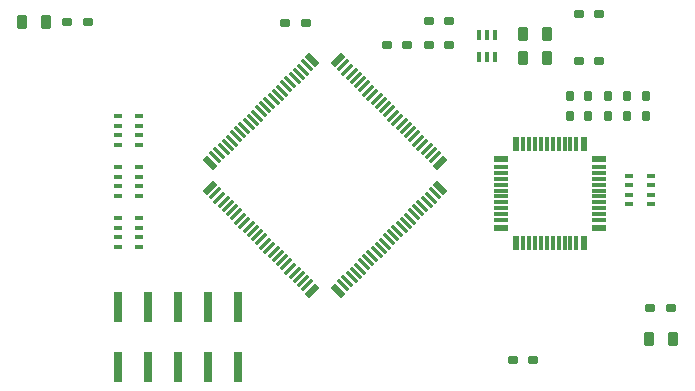
<source format=gbr>
G04 #@! TF.GenerationSoftware,KiCad,Pcbnew,(6.0.4)*
G04 #@! TF.CreationDate,2022-07-13T22:26:53+02:00*
G04 #@! TF.ProjectId,n64rgbv2.1,6e363472-6762-4763-922e-312e6b696361,rev?*
G04 #@! TF.SameCoordinates,Original*
G04 #@! TF.FileFunction,Paste,Top*
G04 #@! TF.FilePolarity,Positive*
%FSLAX46Y46*%
G04 Gerber Fmt 4.6, Leading zero omitted, Abs format (unit mm)*
G04 Created by KiCad (PCBNEW (6.0.4)) date 2022-07-13 22:26:53*
%MOMM*%
%LPD*%
G01*
G04 APERTURE LIST*
G04 Aperture macros list*
%AMRoundRect*
0 Rectangle with rounded corners*
0 $1 Rounding radius*
0 $2 $3 $4 $5 $6 $7 $8 $9 X,Y pos of 4 corners*
0 Add a 4 corners polygon primitive as box body*
4,1,4,$2,$3,$4,$5,$6,$7,$8,$9,$2,$3,0*
0 Add four circle primitives for the rounded corners*
1,1,$1+$1,$2,$3*
1,1,$1+$1,$4,$5*
1,1,$1+$1,$6,$7*
1,1,$1+$1,$8,$9*
0 Add four rect primitives between the rounded corners*
20,1,$1+$1,$2,$3,$4,$5,0*
20,1,$1+$1,$4,$5,$6,$7,0*
20,1,$1+$1,$6,$7,$8,$9,0*
20,1,$1+$1,$8,$9,$2,$3,0*%
G04 Aperture macros list end*
%ADD10RoundRect,0.135000X0.325000X0.425000X-0.325000X0.425000X-0.325000X-0.425000X0.325000X-0.425000X0*%
%ADD11RoundRect,0.132500X-0.247500X0.287500X-0.247500X-0.287500X0.247500X-0.287500X0.247500X0.287500X0*%
%ADD12RoundRect,0.132500X0.287500X0.247500X-0.287500X0.247500X-0.287500X-0.247500X0.287500X-0.247500X0*%
%ADD13RoundRect,0.132500X-0.287500X-0.247500X0.287500X-0.247500X0.287500X0.247500X-0.287500X0.247500X0*%
%ADD14R,0.640000X0.400000*%
%ADD15R,0.640000X0.320000*%
%ADD16RoundRect,0.132500X0.247500X-0.287500X0.247500X0.287500X-0.247500X0.287500X-0.247500X-0.287500X0*%
%ADD17RoundRect,0.000000X-0.586899X0.247487X0.247487X-0.586899X0.586899X-0.247487X-0.247487X0.586899X0*%
%ADD18RoundRect,0.000000X-0.502046X0.332340X0.332340X-0.502046X0.502046X-0.332340X-0.332340X0.502046X0*%
%ADD19RoundRect,0.000000X0.502046X-0.332340X-0.332340X0.502046X-0.502046X0.332340X0.332340X-0.502046X0*%
%ADD20RoundRect,0.000000X-0.247487X-0.586899X0.586899X0.247487X0.247487X0.586899X-0.586899X-0.247487X0*%
%ADD21RoundRect,0.000000X0.332340X0.502046X-0.502046X-0.332340X-0.332340X-0.502046X0.502046X0.332340X0*%
%ADD22RoundRect,0.000000X-0.332340X-0.502046X0.502046X0.332340X0.332340X0.502046X-0.502046X-0.332340X0*%
%ADD23RoundRect,0.000000X0.247487X0.586899X-0.586899X-0.247487X-0.247487X-0.586899X0.586899X0.247487X0*%
%ADD24RoundRect,0.135000X-0.325000X-0.425000X0.325000X-0.425000X0.325000X0.425000X-0.325000X0.425000X0*%
%ADD25R,0.320000X0.840000*%
%ADD26RoundRect,0.000000X-0.590000X-0.240000X0.590000X-0.240000X0.590000X0.240000X-0.590000X0.240000X0*%
%ADD27RoundRect,0.000000X-0.590000X-0.120000X0.590000X-0.120000X0.590000X0.120000X-0.590000X0.120000X0*%
%ADD28RoundRect,0.000000X0.240000X-0.590000X0.240000X0.590000X-0.240000X0.590000X-0.240000X-0.590000X0*%
%ADD29RoundRect,0.000000X0.120000X-0.590000X0.120000X0.590000X-0.120000X0.590000X-0.120000X-0.590000X0*%
%ADD30RoundRect,0.000000X-0.240000X0.590000X-0.240000X-0.590000X0.240000X-0.590000X0.240000X0.590000X0*%
%ADD31R,0.800000X2.520000*%
G04 APERTURE END LIST*
D10*
X170176060Y-116733320D03*
X168126060Y-116733320D03*
D11*
X164655500Y-96153000D03*
X164655500Y-97903000D03*
X166243000Y-96153000D03*
X166243000Y-97903000D03*
D12*
X120636000Y-89916000D03*
X118886000Y-89916000D03*
D13*
X168263600Y-114086640D03*
X170013600Y-114086640D03*
D14*
X123168000Y-102208480D03*
D15*
X123168000Y-103008480D03*
X123168000Y-103808480D03*
D14*
X123168000Y-104608480D03*
X124968000Y-104608480D03*
D15*
X124968000Y-103808480D03*
X124968000Y-103008480D03*
D14*
X124968000Y-102208480D03*
X123168000Y-97890480D03*
D15*
X123168000Y-98690480D03*
X123168000Y-99490480D03*
D14*
X123168000Y-100290480D03*
X124968000Y-100290480D03*
D15*
X124968000Y-99490480D03*
X124968000Y-98690480D03*
D14*
X124968000Y-97890480D03*
D13*
X145937000Y-91864180D03*
X147687000Y-91864180D03*
X149493000Y-91864180D03*
X151243000Y-91864180D03*
D16*
X167894000Y-97903000D03*
X167894000Y-96153000D03*
D14*
X166486000Y-102940000D03*
D15*
X166486000Y-103740000D03*
X166486000Y-104540000D03*
D14*
X166486000Y-105340000D03*
X168286000Y-105340000D03*
D15*
X168286000Y-104540000D03*
X168286000Y-103740000D03*
D14*
X168286000Y-102940000D03*
X123168000Y-106526480D03*
D15*
X123168000Y-107326480D03*
X123168000Y-108126480D03*
D14*
X123168000Y-108926480D03*
X124968000Y-108926480D03*
D15*
X124968000Y-108126480D03*
X124968000Y-107326480D03*
D14*
X124968000Y-106526480D03*
D17*
X139646501Y-93133568D03*
D18*
X139186882Y-93593187D03*
X138833328Y-93946740D03*
X138479775Y-94300294D03*
D19*
X138126221Y-94653847D03*
D18*
X137772668Y-95007401D03*
X137419115Y-95360954D03*
X137065561Y-95714507D03*
X136712008Y-96068061D03*
X136358454Y-96421614D03*
X136004901Y-96775168D03*
X135651348Y-97128721D03*
X135297794Y-97482274D03*
X134944241Y-97835828D03*
X134590688Y-98189381D03*
X134237134Y-98542934D03*
X133883581Y-98896488D03*
X133530027Y-99250041D03*
X133176474Y-99603595D03*
X132822921Y-99957148D03*
X132469367Y-100310701D03*
X132115814Y-100664255D03*
X131762260Y-101017808D03*
X131408707Y-101371362D03*
D17*
X130949088Y-101830981D03*
D20*
X130949088Y-103969979D03*
D21*
X131408707Y-104429598D03*
D22*
X131762260Y-104783152D03*
X132115814Y-105136705D03*
X132469367Y-105490259D03*
X132822921Y-105843812D03*
X133176474Y-106197365D03*
X133530027Y-106550919D03*
X133883581Y-106904472D03*
X134237134Y-107258026D03*
X134590688Y-107611579D03*
X134944241Y-107965132D03*
X135297794Y-108318686D03*
X135651348Y-108672239D03*
X136004901Y-109025792D03*
X136358454Y-109379346D03*
X136712008Y-109732899D03*
X137065561Y-110086453D03*
X137419115Y-110440006D03*
X137772668Y-110793559D03*
X138126221Y-111147113D03*
X138479775Y-111500666D03*
X138833328Y-111854220D03*
X139186882Y-112207773D03*
D23*
X139646501Y-112667392D03*
D17*
X141785499Y-112667392D03*
D18*
X142245118Y-112207773D03*
X142598672Y-111854220D03*
X142952225Y-111500666D03*
X143305779Y-111147113D03*
X143659332Y-110793559D03*
X144012885Y-110440006D03*
X144366439Y-110086453D03*
X144719992Y-109732899D03*
X145073546Y-109379346D03*
X145427099Y-109025792D03*
X145780652Y-108672239D03*
X146134206Y-108318686D03*
X146487759Y-107965132D03*
X146841312Y-107611579D03*
X147194866Y-107258026D03*
X147548419Y-106904472D03*
X147901973Y-106550919D03*
X148255526Y-106197365D03*
X148609079Y-105843812D03*
X148962633Y-105490259D03*
X149316186Y-105136705D03*
X149669740Y-104783152D03*
X150023293Y-104429598D03*
D17*
X150482912Y-103969979D03*
D20*
X150482912Y-101830981D03*
D22*
X150023293Y-101371362D03*
X149669740Y-101017808D03*
X149316186Y-100664255D03*
D21*
X148962633Y-100310701D03*
D22*
X148609079Y-99957148D03*
X148255526Y-99603595D03*
X147901973Y-99250041D03*
X147548419Y-98896488D03*
X147194866Y-98542934D03*
X146841312Y-98189381D03*
X146487759Y-97835828D03*
X146134206Y-97482274D03*
X145780652Y-97128721D03*
X145427099Y-96775168D03*
X145073546Y-96421614D03*
X144719992Y-96068061D03*
X144366439Y-95714507D03*
X144012885Y-95360954D03*
X143659332Y-95007401D03*
X143305779Y-94653847D03*
X142952225Y-94300294D03*
X142598672Y-93946740D03*
X142245118Y-93593187D03*
D20*
X141785499Y-93133568D03*
D12*
X163943000Y-93223080D03*
X162193000Y-93223080D03*
X139101800Y-89966800D03*
X137351800Y-89966800D03*
D24*
X157471000Y-92994480D03*
X159521000Y-92994480D03*
X157471000Y-90962480D03*
X159521000Y-90962480D03*
D12*
X163943000Y-89197180D03*
X162193000Y-89197180D03*
D25*
X153782000Y-92898000D03*
X154432000Y-92898000D03*
X155082000Y-92898000D03*
X155082000Y-90998000D03*
X154432000Y-90998000D03*
X153782000Y-90998000D03*
D10*
X117103000Y-89916000D03*
X115053000Y-89916000D03*
D12*
X158355000Y-118516400D03*
X156605000Y-118516400D03*
D13*
X149493000Y-89857580D03*
X151243000Y-89857580D03*
D26*
X155578100Y-101529560D03*
D27*
X155578100Y-102179560D03*
X155578100Y-102679560D03*
X155578100Y-103179560D03*
X155578100Y-103679560D03*
X155578100Y-104179560D03*
X155578100Y-104679560D03*
X155578100Y-105179560D03*
X155578100Y-105679560D03*
X155578100Y-106179560D03*
X155578100Y-106679560D03*
D26*
X155578100Y-107329560D03*
D28*
X156840600Y-108592060D03*
D29*
X157490600Y-108592060D03*
X157990600Y-108592060D03*
X158490600Y-108592060D03*
X158990600Y-108592060D03*
X159490600Y-108592060D03*
X159990600Y-108592060D03*
X160490600Y-108592060D03*
X160990600Y-108592060D03*
X161490600Y-108592060D03*
X161990600Y-108592060D03*
D30*
X162640600Y-108592060D03*
D26*
X163903100Y-107329560D03*
D27*
X163903100Y-106679560D03*
X163903100Y-106179560D03*
X163903100Y-105679560D03*
X163903100Y-105179560D03*
X163903100Y-104679560D03*
X163903100Y-104179560D03*
X163903100Y-103679560D03*
X163903100Y-103179560D03*
X163903100Y-102679560D03*
X163903100Y-102179560D03*
D26*
X163903100Y-101529560D03*
D28*
X162640600Y-100267060D03*
D29*
X161990600Y-100267060D03*
X161490600Y-100267060D03*
X160990600Y-100267060D03*
X160490600Y-100267060D03*
X159990600Y-100267060D03*
X159490600Y-100267060D03*
X158990600Y-100267060D03*
X158490600Y-100267060D03*
X157990600Y-100267060D03*
X157490600Y-100267060D03*
D28*
X156840600Y-100267060D03*
D16*
X163004500Y-97903000D03*
X163004500Y-96153000D03*
D11*
X161417000Y-96153000D03*
X161417000Y-97903000D03*
D31*
X123185000Y-119104000D03*
X123185000Y-114054000D03*
X125725000Y-119104000D03*
X125725000Y-114054000D03*
X128265000Y-119104000D03*
X128265000Y-114054000D03*
X130805000Y-119104000D03*
X130805000Y-114054000D03*
X133345000Y-119104000D03*
X133345000Y-114054000D03*
M02*

</source>
